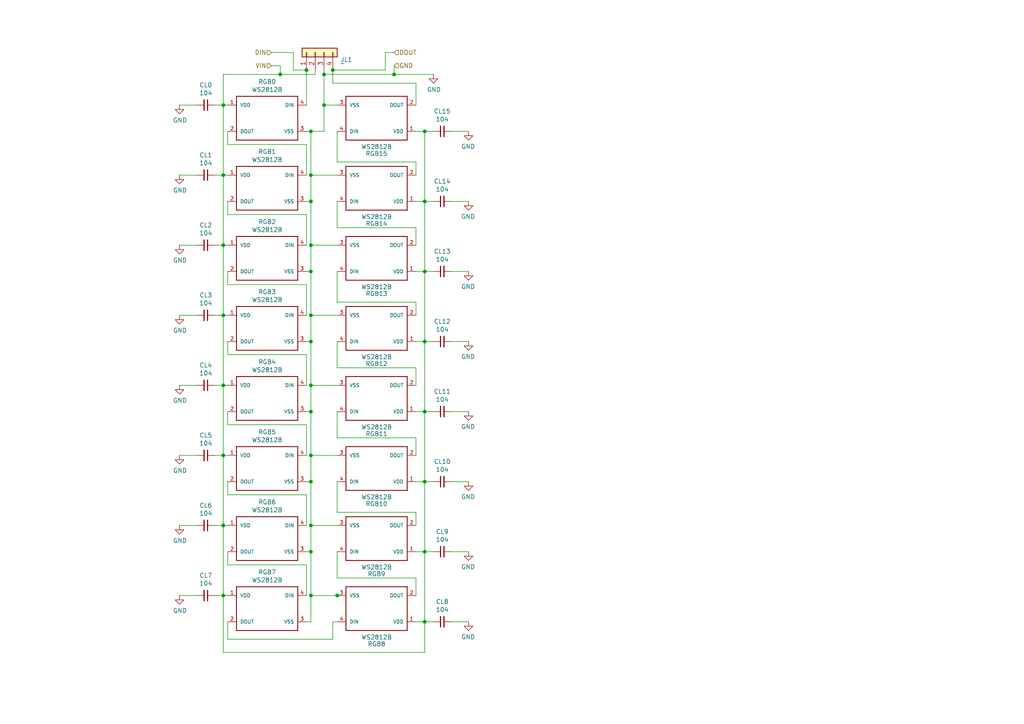
<source format=kicad_sch>
(kicad_sch (version 20211123) (generator eeschema)
  (paper "A4")
  (title_block (title "\"Stylish\" Trucker Belt Stylus Synthesizer") (date "2019-05-07") (rev "0.3") (company "SoftEgg") (comment 1 "V0.1 T.B. Trzepacz 2018/2/19") (comment 2 "V0.2 T.B. Trzepacz 2018/10/14") (comment 3 "V0.3 T.B Trzepacz 2019/5/7"))
  (lib_symbols
    (symbol "Stylish-Belt-Synth---Full-rescue:C_Small-device" (pin_numbers hide) (pin_names (offset 0.254) hide)
      (property "Reference" "C" (at 0.254 1.778 0))
      (property "Value" "C_Small-device" (at 0.254 -2.032 0))
      (symbol "C_Small-device_0_1"
        (polyline (pts (xy -1.524 -0.508) (xy 1.524 -0.508)) (stroke (width 0.3302)))
        (polyline (pts (xy -1.524 0.508) (xy 1.524 0.508)) (stroke (width 0.3048)))
      )
      (symbol "C_Small-device_1_1"
        (pin passive line (at 0 2.54 270) (length 2.032) (name "~") (number "1"))
        (pin passive line (at 0 -2.54 90) (length 2.032) (name "~") (number "2"))
      )
    )
    (symbol "Stylish-Belt-Synth---Full-rescue:Conn_01x04-conn" (pin_names (offset 1.016) hide)
      (property "Reference" "J" (at 0 5.08 0))
      (property "Value" "Conn_01x04-conn" (at 0 -7.62 0))
      (symbol "Conn_01x04-conn_1_1"
        (rectangle (start -1.27 -4.953) (end 0 -5.207) (stroke (width 0.1524)))
        (rectangle (start -1.27 -2.413) (end 0 -2.667) (stroke (width 0.1524)))
        (rectangle (start -1.27 0.127) (end 0 -0.127) (stroke (width 0.1524)))
        (rectangle (start -1.27 2.667) (end 0 2.413) (stroke (width 0.1524)))
        (rectangle (start -1.27 3.81) (end 1.27 -6.35) (stroke (width 0.254)) (fill (type background)))
        (pin passive line (at -5.08 2.54 0) (length 3.81) (name "Pin_1") (number "1"))
        (pin passive line (at -5.08 0 0) (length 3.81) (name "Pin_2") (number "2"))
        (pin passive line (at -5.08 -2.54 0) (length 3.81) (name "Pin_3") (number "3"))
        (pin passive line (at -5.08 -5.08 0) (length 3.81) (name "Pin_4") (number "4"))
      )
    )
    (symbol "Stylish-Belt-Synth---Full-rescue:WS2812B-WS2812B" (pin_names (offset 1.016))
      (property "Reference" "D" (at -2.286 8.4074 0))
      (property "Value" "WS2812B-WS2812B" (at -2.54 -7.6454 0))
      (symbol "WS2812B-WS2812B_0_0"
        (polyline (pts (xy -2.54 -5.08) (xy 15.24 -5.08)) (stroke (width 0.254)))
        (polyline (pts (xy -2.54 7.62) (xy -2.54 -5.08)) (stroke (width 0.254)))
        (polyline (pts (xy 15.24 -5.08) (xy 15.24 7.62)) (stroke (width 0.254)))
        (polyline (pts (xy 15.24 7.62) (xy -2.54 7.62)) (stroke (width 0.254)))
        (pin power_in line (at -5.08 5.08 0) (length 2.54) (name "VDD") (number "1"))
        (pin output line (at -5.08 -2.54 0) (length 2.54) (name "DOUT") (number "2"))
        (pin power_in line (at 17.78 -2.54 180) (length 2.54) (name "VSS") (number "3"))
        (pin input line (at 17.78 5.08 180) (length 2.54) (name "DIN") (number "4"))
      )
    )
    (symbol "power:GND" (power) (pin_names (offset 0))
      (property "Value" "GND" (at 0 -3.81 0))
      (symbol "GND_0_1"
        (polyline (pts (xy 0 0) (xy 0 -1.27) (xy 1.27 -1.27) (xy 0 -2.54) (xy -1.27 -1.27) (xy 0 -1.27)))
      )
      (symbol "GND_1_1"
        (pin power_in line (at 0 0 270) (length 0) hide (name "GND") (number "1"))
      )
    )
  )
  (junction (at 90.17 119.38))
  (junction (at 90.17 50.8))
  (junction (at 96.52 20.32))
  (junction (at 93.98 21.59))
  (junction (at 123.19 180.34))
  (junction (at 90.17 132.08))
  (junction (at 64.77 111.76))
  (junction (at 123.19 139.7))
  (junction (at 123.19 119.38))
  (junction (at 90.17 91.44))
  (junction (at 90.17 160.02))
  (junction (at 90.17 99.06))
  (junction (at 64.77 50.8))
  (junction (at 64.77 91.44))
  (junction (at 90.17 78.74))
  (junction (at 123.19 38.1))
  (junction (at 97.79 172.72))
  (junction (at 64.77 152.4))
  (junction (at 123.19 78.74))
  (junction (at 90.17 139.7))
  (junction (at 114.3 21.59))
  (junction (at 90.17 152.4))
  (junction (at 123.19 160.02))
  (junction (at 64.77 30.48))
  (junction (at 93.98 30.48))
  (junction (at 90.17 111.76))
  (junction (at 64.77 71.12))
  (junction (at 81.28 21.59))
  (junction (at 64.77 172.72))
  (junction (at 123.19 58.42))
  (junction (at 90.17 172.72))
  (junction (at 88.9 20.32))
  (junction (at 123.19 99.06))
  (junction (at 90.17 71.12))
  (junction (at 64.77 132.08))
  (junction (at 90.17 58.42))
  (junction (at 90.17 38.1))
  (wire (pts (xy 93.98 21.59) (xy 114.3 21.59)))
  (wire (pts (xy 57.15 111.76) (xy 52.07 111.76)))
  (wire (pts (xy 120.65 119.38) (xy 123.19 119.38)))
  (wire (pts (xy 97.79 152.4) (xy 90.17 152.4)))
  (wire (pts (xy 64.77 71.12) (xy 66.04 71.12)))
  (wire (pts (xy 90.17 180.34) (xy 90.17 172.72)))
  (wire (pts (xy 66.04 78.74) (xy 66.04 82.55)))
  (wire (pts (xy 97.79 172.72) (xy 90.17 172.72)))
  (wire (pts (xy 88.9 82.55) (xy 88.9 91.44)))
  (wire (pts (xy 120.65 180.34) (xy 123.19 180.34)))
  (wire (pts (xy 64.77 111.76) (xy 64.77 91.44)))
  (wire (pts (xy 85.09 15.24) (xy 78.74 15.24)))
  (wire (pts (xy 96.52 185.42) (xy 96.52 180.34)))
  (wire (pts (xy 64.77 132.08) (xy 66.04 132.08)))
  (wire (pts (xy 64.77 30.48) (xy 66.04 30.48)))
  (wire (pts (xy 88.9 62.23) (xy 88.9 71.12)))
  (wire (pts (xy 88.9 180.34) (xy 90.17 180.34)))
  (wire (pts (xy 120.65 167.64) (xy 120.65 172.72)))
  (wire (pts (xy 81.28 21.59) (xy 64.77 21.59)))
  (wire (pts (xy 123.19 180.34) (xy 125.73 180.34)))
  (wire (pts (xy 57.15 91.44) (xy 52.07 91.44)))
  (wire (pts (xy 120.65 78.74) (xy 123.19 78.74)))
  (wire (pts (xy 64.77 111.76) (xy 62.23 111.76)))
  (wire (pts (xy 96.52 180.34) (xy 97.79 180.34)))
  (wire (pts (xy 93.98 20.32) (xy 93.98 21.59)))
  (wire (pts (xy 90.17 91.44) (xy 90.17 78.74)))
  (wire (pts (xy 57.15 50.8) (xy 52.07 50.8)))
  (wire (pts (xy 97.79 127) (xy 120.65 127)))
  (wire (pts (xy 88.9 41.91) (xy 88.9 50.8)))
  (wire (pts (xy 66.04 185.42) (xy 96.52 185.42)))
  (wire (pts (xy 97.79 167.64) (xy 120.65 167.64)))
  (wire (pts (xy 88.9 102.87) (xy 88.9 111.76)))
  (wire (pts (xy 120.65 139.7) (xy 123.19 139.7)))
  (wire (pts (xy 66.04 123.19) (xy 88.9 123.19)))
  (wire (pts (xy 97.79 160.02) (xy 97.79 167.64)))
  (wire (pts (xy 57.15 71.12) (xy 52.07 71.12)))
  (wire (pts (xy 57.15 30.48) (xy 52.07 30.48)))
  (wire (pts (xy 91.44 20.32) (xy 91.44 21.59)))
  (wire (pts (xy 97.79 106.68) (xy 97.79 99.06)))
  (wire (pts (xy 66.04 143.51) (xy 88.9 143.51)))
  (wire (pts (xy 120.65 24.13) (xy 120.65 30.48)))
  (wire (pts (xy 66.04 82.55) (xy 88.9 82.55)))
  (wire (pts (xy 64.77 111.76) (xy 66.04 111.76)))
  (wire (pts (xy 66.04 180.34) (xy 66.04 185.42)))
  (wire (pts (xy 123.19 119.38) (xy 123.19 99.06)))
  (wire (pts (xy 123.19 38.1) (xy 125.73 38.1)))
  (wire (pts (xy 88.9 163.83) (xy 88.9 172.72)))
  (wire (pts (xy 123.19 119.38) (xy 125.73 119.38)))
  (wire (pts (xy 123.19 99.06) (xy 120.65 99.06)))
  (wire (pts (xy 64.77 152.4) (xy 62.23 152.4)))
  (wire (pts (xy 88.9 123.19) (xy 88.9 132.08)))
  (wire (pts (xy 123.19 58.42) (xy 120.65 58.42)))
  (wire (pts (xy 64.77 172.72) (xy 62.23 172.72)))
  (wire (pts (xy 90.17 139.7) (xy 90.17 132.08)))
  (wire (pts (xy 97.79 38.1) (xy 97.79 46.99)))
  (wire (pts (xy 97.79 87.63) (xy 120.65 87.63)))
  (wire (pts (xy 130.81 160.02) (xy 135.89 160.02)))
  (wire (pts (xy 66.04 172.72) (xy 64.77 172.72)))
  (wire (pts (xy 130.81 139.7) (xy 135.89 139.7)))
  (wire (pts (xy 111.76 15.24) (xy 114.3 15.24)))
  (wire (pts (xy 90.17 58.42) (xy 88.9 58.42)))
  (wire (pts (xy 123.19 38.1) (xy 120.65 38.1)))
  (wire (pts (xy 66.04 62.23) (xy 88.9 62.23)))
  (wire (pts (xy 123.19 58.42) (xy 123.19 38.1)))
  (wire (pts (xy 90.17 78.74) (xy 88.9 78.74)))
  (wire (pts (xy 123.19 189.23) (xy 123.19 180.34)))
  (wire (pts (xy 120.65 87.63) (xy 120.65 91.44)))
  (wire (pts (xy 111.76 20.32) (xy 111.76 15.24)))
  (wire (pts (xy 90.17 160.02) (xy 88.9 160.02)))
  (wire (pts (xy 96.52 20.32) (xy 96.52 24.13)))
  (wire (pts (xy 64.77 152.4) (xy 66.04 152.4)))
  (wire (pts (xy 97.79 71.12) (xy 90.17 71.12)))
  (wire (pts (xy 91.44 21.59) (xy 81.28 21.59)))
  (wire (pts (xy 123.19 78.74) (xy 123.19 99.06)))
  (wire (pts (xy 64.77 152.4) (xy 64.77 132.08)))
  (wire (pts (xy 57.15 132.08) (xy 52.07 132.08)))
  (wire (pts (xy 97.79 46.99) (xy 120.65 46.99)))
  (wire (pts (xy 90.17 99.06) (xy 90.17 91.44)))
  (wire (pts (xy 130.81 78.74) (xy 135.89 78.74)))
  (wire (pts (xy 64.77 50.8) (xy 66.04 50.8)))
  (wire (pts (xy 81.28 19.05) (xy 81.28 21.59)))
  (wire (pts (xy 97.79 30.48) (xy 93.98 30.48)))
  (wire (pts (xy 123.19 180.34) (xy 123.19 160.02)))
  (wire (pts (xy 123.19 99.06) (xy 125.73 99.06)))
  (wire (pts (xy 64.77 189.23) (xy 123.19 189.23)))
  (wire (pts (xy 64.77 91.44) (xy 64.77 71.12)))
  (wire (pts (xy 64.77 50.8) (xy 62.23 50.8)))
  (wire (pts (xy 66.04 163.83) (xy 88.9 163.83)))
  (wire (pts (xy 64.77 91.44) (xy 66.04 91.44)))
  (wire (pts (xy 97.79 91.44) (xy 90.17 91.44)))
  (wire (pts (xy 123.19 139.7) (xy 125.73 139.7)))
  (wire (pts (xy 97.79 148.59) (xy 120.65 148.59)))
  (wire (pts (xy 97.79 132.08) (xy 90.17 132.08)))
  (wire (pts (xy 97.79 66.04) (xy 97.79 58.42)))
  (wire (pts (xy 120.65 46.99) (xy 120.65 50.8)))
  (wire (pts (xy 123.19 58.42) (xy 125.73 58.42)))
  (wire (pts (xy 78.74 19.05) (xy 81.28 19.05)))
  (wire (pts (xy 57.15 152.4) (xy 52.07 152.4)))
  (wire (pts (xy 64.77 91.44) (xy 62.23 91.44)))
  (wire (pts (xy 90.17 139.7) (xy 90.17 152.4)))
  (wire (pts (xy 120.65 127) (xy 120.65 132.08)))
  (wire (pts (xy 99.06 172.72) (xy 97.79 172.72)))
  (wire (pts (xy 66.04 102.87) (xy 88.9 102.87)))
  (wire (pts (xy 120.65 106.68) (xy 97.79 106.68)))
  (wire (pts (xy 93.98 21.59) (xy 93.98 30.48)))
  (wire (pts (xy 88.9 143.51) (xy 88.9 152.4)))
  (wire (pts (xy 66.04 58.42) (xy 66.04 62.23)))
  (wire (pts (xy 90.17 111.76) (xy 90.17 99.06)))
  (wire (pts (xy 90.17 152.4) (xy 90.17 160.02)))
  (wire (pts (xy 90.17 132.08) (xy 90.17 119.38)))
  (wire (pts (xy 85.09 20.32) (xy 85.09 15.24)))
  (wire (pts (xy 120.65 66.04) (xy 97.79 66.04)))
  (wire (pts (xy 123.19 160.02) (xy 120.65 160.02)))
  (wire (pts (xy 64.77 172.72) (xy 64.77 152.4)))
  (wire (pts (xy 130.81 180.34) (xy 135.89 180.34)))
  (wire (pts (xy 123.19 139.7) (xy 123.19 160.02)))
  (wire (pts (xy 90.17 78.74) (xy 90.17 71.12)))
  (wire (pts (xy 97.79 119.38) (xy 97.79 127)))
  (wire (pts (xy 64.77 132.08) (xy 64.77 111.76)))
  (wire (pts (xy 64.77 30.48) (xy 62.23 30.48)))
  (wire (pts (xy 114.3 21.59) (xy 125.73 21.59)))
  (wire (pts (xy 90.17 99.06) (xy 88.9 99.06)))
  (wire (pts (xy 66.04 139.7) (xy 66.04 143.51)))
  (wire (pts (xy 93.98 30.48) (xy 93.98 38.1)))
  (wire (pts (xy 123.19 78.74) (xy 125.73 78.74)))
  (wire (pts (xy 88.9 20.32) (xy 88.9 30.48)))
  (wire (pts (xy 64.77 71.12) (xy 64.77 50.8)))
  (wire (pts (xy 64.77 21.59) (xy 64.77 30.48)))
  (wire (pts (xy 66.04 99.06) (xy 66.04 102.87)))
  (wire (pts (xy 123.19 160.02) (xy 125.73 160.02)))
  (wire (pts (xy 90.17 71.12) (xy 90.17 58.42)))
  (wire (pts (xy 90.17 119.38) (xy 90.17 111.76)))
  (wire (pts (xy 66.04 160.02) (xy 66.04 163.83)))
  (wire (pts (xy 66.04 41.91) (xy 88.9 41.91)))
  (wire (pts (xy 66.04 119.38) (xy 66.04 123.19)))
  (wire (pts (xy 64.77 172.72) (xy 64.77 189.23)))
  (wire (pts (xy 96.52 24.13) (xy 120.65 24.13)))
  (wire (pts (xy 90.17 119.38) (xy 88.9 119.38)))
  (wire (pts (xy 120.65 71.12) (xy 120.65 66.04)))
  (wire (pts (xy 123.19 78.74) (xy 123.19 58.42)))
  (wire (pts (xy 66.04 38.1) (xy 66.04 41.91)))
  (wire (pts (xy 64.77 50.8) (xy 64.77 30.48)))
  (wire (pts (xy 97.79 50.8) (xy 90.17 50.8)))
  (wire (pts (xy 93.98 38.1) (xy 90.17 38.1)))
  (wire (pts (xy 90.17 58.42) (xy 90.17 50.8)))
  (wire (pts (xy 64.77 132.08) (xy 62.23 132.08)))
  (wire (pts (xy 123.19 119.38) (xy 123.19 139.7)))
  (wire (pts (xy 114.3 21.59) (xy 114.3 19.05)))
  (wire (pts (xy 120.65 148.59) (xy 120.65 152.4)))
  (wire (pts (xy 57.15 172.72) (xy 52.07 172.72)))
  (wire (pts (xy 88.9 139.7) (xy 90.17 139.7)))
  (wire (pts (xy 130.81 99.06) (xy 135.89 99.06)))
  (wire (pts (xy 97.79 78.74) (xy 97.79 87.63)))
  (wire (pts (xy 130.81 119.38) (xy 135.89 119.38)))
  (wire (pts (xy 130.81 38.1) (xy 135.89 38.1)))
  (wire (pts (xy 96.52 20.32) (xy 111.76 20.32)))
  (wire (pts (xy 90.17 172.72) (xy 90.17 160.02)))
  (wire (pts (xy 130.81 58.42) (xy 135.89 58.42)))
  (wire (pts (xy 90.17 50.8) (xy 90.17 38.1)))
  (wire (pts (xy 120.65 111.76) (xy 120.65 106.68)))
  (wire (pts (xy 97.79 139.7) (xy 97.79 148.59)))
  (wire (pts (xy 97.79 111.76) (xy 90.17 111.76)))
  (wire (pts (xy 88.9 20.32) (xy 85.09 20.32)))
  (wire (pts (xy 64.77 71.12) (xy 62.23 71.12)))
  (wire (pts (xy 90.17 38.1) (xy 88.9 38.1)))
  (hierarchical_label "DOUT" (shape input) (at 114.3 15.24 0))
  (hierarchical_label "GND" (shape input) (at 114.3 19.05 0))
  (hierarchical_label "DIN" (shape input) (at 78.74 15.24 180))
  (hierarchical_label "VIN" (shape input) (at 78.74 19.05 180))
  (symbol (lib_id "Stylish-Belt-Synth---Full-rescue:WS2812B-WS2812B") (at 71.12 35.56 0) (unit 1)
    (property "Reference" "RGB0" (at 77.47 23.6982 0))
    (property "Value" "WS2812B" (at 77.47 26.0096 0))
    (property "Footprint" "WS2812B:WS2812B" (effects hide))
    (property "Datasheet" "None" (effects hide))
    (property "Field4" "Intelligent Control Led Integrated Light Source Pack Of 10" (effects hide))
    (property "Field5" "Adafruit Industries" (effects hide))
    (property "Field6" "5.84 USD" (effects hide))
    (property "Field7" "WS2812B" (effects hide))
    (property "Field8" "Warning" (effects hide))
  )
  (symbol (lib_id "Stylish-Belt-Synth---Full-rescue:WS2812B-WS2812B") (at 71.12 55.88 0) (unit 1)
    (property "Reference" "RGB1" (at 77.47 44.0182 0))
    (property "Value" "WS2812B" (at 77.47 46.3296 0))
    (property "Footprint" "WS2812B:WS2812B" (effects hide))
    (property "Datasheet" "None" (effects hide))
    (property "Field4" "Intelligent Control Led Integrated Light Source Pack Of 10" (effects hide))
    (property "Field5" "Adafruit Industries" (effects hide))
    (property "Field6" "5.84 USD" (effects hide))
    (property "Field7" "WS2812B" (effects hide))
    (property "Field8" "Warning" (effects hide))
  )
  (symbol (lib_id "Stylish-Belt-Synth---Full-rescue:WS2812B-WS2812B") (at 71.12 76.2 0) (unit 1)
    (property "Reference" "RGB2" (at 77.47 64.3382 0))
    (property "Value" "WS2812B" (at 77.47 66.6496 0))
    (property "Footprint" "WS2812B:WS2812B" (effects hide))
    (property "Datasheet" "None" (effects hide))
    (property "Field4" "Intelligent Control Led Integrated Light Source Pack Of 10" (effects hide))
    (property "Field5" "Adafruit Industries" (effects hide))
    (property "Field6" "5.84 USD" (effects hide))
    (property "Field7" "WS2812B" (effects hide))
    (property "Field8" "Warning" (effects hide))
  )
  (symbol (lib_id "Stylish-Belt-Synth---Full-rescue:WS2812B-WS2812B") (at 71.12 96.52 0) (unit 1)
    (property "Reference" "RGB3" (at 77.47 84.6582 0))
    (property "Value" "WS2812B" (at 77.47 86.9696 0))
    (property "Footprint" "WS2812B:WS2812B" (effects hide))
    (property "Datasheet" "None" (effects hide))
    (property "Field4" "Intelligent Control Led Integrated Light Source Pack Of 10" (effects hide))
    (property "Field5" "Adafruit Industries" (effects hide))
    (property "Field6" "5.84 USD" (effects hide))
    (property "Field7" "WS2812B" (effects hide))
    (property "Field8" "Warning" (effects hide))
  )
  (symbol (lib_id "Stylish-Belt-Synth---Full-rescue:WS2812B-WS2812B") (at 71.12 116.84 0) (unit 1)
    (property "Reference" "RGB4" (at 77.47 104.9782 0))
    (property "Value" "WS2812B" (at 77.47 107.2896 0))
    (property "Footprint" "WS2812B:WS2812B" (effects hide))
    (property "Datasheet" "None" (effects hide))
    (property "Field4" "Intelligent Control Led Integrated Light Source Pack Of 10" (effects hide))
    (property "Field5" "Adafruit Industries" (effects hide))
    (property "Field6" "5.84 USD" (effects hide))
    (property "Field7" "WS2812B" (effects hide))
    (property "Field8" "Warning" (effects hide))
  )
  (symbol (lib_id "Stylish-Belt-Synth---Full-rescue:WS2812B-WS2812B") (at 71.12 137.16 0) (unit 1)
    (property "Reference" "RGB5" (at 77.47 125.2982 0))
    (property "Value" "WS2812B" (at 77.47 127.6096 0))
    (property "Footprint" "WS2812B:WS2812B" (effects hide))
    (property "Datasheet" "None" (effects hide))
    (property "Field4" "Intelligent Control Led Integrated Light Source Pack Of 10" (effects hide))
    (property "Field5" "Adafruit Industries" (effects hide))
    (property "Field6" "5.84 USD" (effects hide))
    (property "Field7" "WS2812B" (effects hide))
    (property "Field8" "Warning" (effects hide))
  )
  (symbol (lib_id "Stylish-Belt-Synth---Full-rescue:WS2812B-WS2812B") (at 71.12 157.48 0) (unit 1)
    (property "Reference" "RGB6" (at 77.47 145.6182 0))
    (property "Value" "WS2812B" (at 77.47 147.9296 0))
    (property "Footprint" "WS2812B:WS2812B" (effects hide))
    (property "Datasheet" "None" (effects hide))
    (property "Field4" "Intelligent Control Led Integrated Light Source Pack Of 10" (effects hide))
    (property "Field5" "Adafruit Industries" (effects hide))
    (property "Field6" "5.84 USD" (effects hide))
    (property "Field7" "WS2812B" (effects hide))
    (property "Field8" "Warning" (effects hide))
  )
  (symbol (lib_id "Stylish-Belt-Synth---Full-rescue:WS2812B-WS2812B") (at 71.12 177.8 0) (unit 1)
    (property "Reference" "RGB7" (at 77.47 165.9382 0))
    (property "Value" "WS2812B" (at 77.47 168.2496 0))
    (property "Footprint" "WS2812B:WS2812B" (effects hide))
    (property "Datasheet" "None" (effects hide))
    (property "Field4" "Intelligent Control Led Integrated Light Source Pack Of 10" (effects hide))
    (property "Field5" "Adafruit Industries" (effects hide))
    (property "Field6" "5.84 USD" (effects hide))
    (property "Field7" "WS2812B" (effects hide))
    (property "Field8" "Warning" (effects hide))
  )
  (symbol (lib_id "Stylish-Belt-Synth---Full-rescue:WS2812B-WS2812B") (at 115.57 175.26 180) (unit 1)
    (property "Reference" "RGB8" (at 109.22 186.055 0) (effects (justify bottom)))
    (property "Value" "WS2812B" (at 109.22 184.8104 0))
    (property "Footprint" "WS2812B:WS2812B" (effects hide))
    (property "Datasheet" "None" (effects hide))
    (property "Field4" "Intelligent Control Led Integrated Light Source Pack Of 10" (effects hide))
    (property "Field5" "Adafruit Industries" (effects hide))
    (property "Field6" "5.84 USD" (effects hide))
    (property "Field7" "WS2812B" (effects hide))
    (property "Field8" "Warning" (effects hide))
  )
  (symbol (lib_id "Stylish-Belt-Synth---Full-rescue:WS2812B-WS2812B") (at 115.57 154.94 180) (unit 1)
    (property "Reference" "RGB9" (at 109.22 165.735 0) (effects (justify bottom)))
    (property "Value" "WS2812B" (at 109.22 164.4904 0))
    (property "Footprint" "WS2812B:WS2812B" (effects hide))
    (property "Datasheet" "None" (effects hide))
    (property "Field4" "Intelligent Control Led Integrated Light Source Pack Of 10" (effects hide))
    (property "Field5" "Adafruit Industries" (effects hide))
    (property "Field6" "5.84 USD" (effects hide))
    (property "Field7" "WS2812B" (effects hide))
    (property "Field8" "Warning" (effects hide))
  )
  (symbol (lib_id "Stylish-Belt-Synth---Full-rescue:WS2812B-WS2812B") (at 115.57 134.62 180) (unit 1)
    (property "Reference" "RGB10" (at 109.22 145.415 0) (effects (justify bottom)))
    (property "Value" "WS2812B" (at 109.22 144.1704 0))
    (property "Footprint" "WS2812B:WS2812B" (effects hide))
    (property "Datasheet" "None" (effects hide))
    (property "Field4" "Intelligent Control Led Integrated Light Source Pack Of 10" (effects hide))
    (property "Field5" "Adafruit Industries" (effects hide))
    (property "Field6" "5.84 USD" (effects hide))
    (property "Field7" "WS2812B" (effects hide))
    (property "Field8" "Warning" (effects hide))
  )
  (symbol (lib_id "Stylish-Belt-Synth---Full-rescue:WS2812B-WS2812B") (at 115.57 114.3 180) (unit 1)
    (property "Reference" "RGB11" (at 109.22 125.095 0) (effects (justify bottom)))
    (property "Value" "WS2812B" (at 109.22 123.8504 0))
    (property "Footprint" "WS2812B:WS2812B" (effects hide))
    (property "Datasheet" "None" (effects hide))
    (property "Field4" "Intelligent Control Led Integrated Light Source Pack Of 10" (effects hide))
    (property "Field5" "Adafruit Industries" (effects hide))
    (property "Field6" "5.84 USD" (effects hide))
    (property "Field7" "WS2812B" (effects hide))
    (property "Field8" "Warning" (effects hide))
  )
  (symbol (lib_id "Stylish-Belt-Synth---Full-rescue:WS2812B-WS2812B") (at 115.57 93.98 180) (unit 1)
    (property "Reference" "RGB12" (at 109.22 104.775 0) (effects (justify bottom)))
    (property "Value" "WS2812B" (at 109.22 103.5304 0))
    (property "Footprint" "WS2812B:WS2812B" (effects hide))
    (property "Datasheet" "None" (effects hide))
    (property "Field4" "Intelligent Control Led Integrated Light Source Pack Of 10" (effects hide))
    (property "Field5" "Adafruit Industries" (effects hide))
    (property "Field6" "5.84 USD" (effects hide))
    (property "Field7" "WS2812B" (effects hide))
    (property "Field8" "Warning" (effects hide))
  )
  (symbol (lib_id "Stylish-Belt-Synth---Full-rescue:WS2812B-WS2812B") (at 115.57 73.66 180) (unit 1)
    (property "Reference" "RGB13" (at 109.22 84.455 0) (effects (justify bottom)))
    (property "Value" "WS2812B" (at 109.22 83.2104 0))
    (property "Footprint" "WS2812B:WS2812B" (effects hide))
    (property "Datasheet" "None" (effects hide))
    (property "Field4" "Intelligent Control Led Integrated Light Source Pack Of 10" (effects hide))
    (property "Field5" "Adafruit Industries" (effects hide))
    (property "Field6" "5.84 USD" (effects hide))
    (property "Field7" "WS2812B" (effects hide))
    (property "Field8" "Warning" (effects hide))
  )
  (symbol (lib_id "Stylish-Belt-Synth---Full-rescue:WS2812B-WS2812B") (at 115.57 53.34 180) (unit 1)
    (property "Reference" "RGB14" (at 109.22 64.135 0) (effects (justify bottom)))
    (property "Value" "WS2812B" (at 109.22 62.8904 0))
    (property "Footprint" "WS2812B:WS2812B" (effects hide))
    (property "Datasheet" "None" (effects hide))
    (property "Field4" "Intelligent Control Led Integrated Light Source Pack Of 10" (effects hide))
    (property "Field5" "Adafruit Industries" (effects hide))
    (property "Field6" "5.84 USD" (effects hide))
    (property "Field7" "WS2812B" (effects hide))
    (property "Field8" "Warning" (effects hide))
  )
  (symbol (lib_id "Stylish-Belt-Synth---Full-rescue:WS2812B-WS2812B") (at 115.57 33.02 180) (unit 1)
    (property "Reference" "RGB15" (at 109.22 43.815 0) (effects (justify bottom)))
    (property "Value" "WS2812B" (at 109.22 42.5704 0))
    (property "Footprint" "WS2812B:WS2812B" (effects hide))
    (property "Datasheet" "None" (effects hide))
    (property "Field4" "Intelligent Control Led Integrated Light Source Pack Of 10" (effects hide))
    (property "Field5" "Adafruit Industries" (effects hide))
    (property "Field6" "5.84 USD" (effects hide))
    (property "Field7" "WS2812B" (effects hide))
    (property "Field8" "Warning" (effects hide))
  )
  (symbol (lib_id "Stylish-Belt-Synth---Full-rescue:Conn_01x04-conn") (at 91.44 15.24 90) (unit 1)
    (property "Reference" "JL1" (at 98.7552 17.272 90) (effects (justify right)))
    (property "Value" "~" (at 98.7552 18.415 90) (effects (justify right)))
    (property "Footprint" "Pin_Headers:Pin_Header_Straight_1x04_Pitch2.54mm" (effects hide))
  )
  (symbol (lib_id "power:GND") (at 125.73 21.59 0) (unit 1)
    (property "Reference" "#PWR0108" (effects hide))
    (property "Value" "GND" (at 125.857 25.9842 0))
  )
  (symbol (lib_id "Stylish-Belt-Synth---Full-rescue:C_Small-device") (at 59.69 30.48 270) (unit 1)
    (property "Reference" "CL0" (at 59.69 24.6634 90))
    (property "Value" "104" (at 59.69 26.9748 90))
    (property "Footprint" "Capacitors_SMD:C_0805_HandSoldering" (effects hide))
  )
  (symbol (lib_id "power:GND") (at 52.07 30.48 0) (unit 1)
    (property "Reference" "#PWR0109" (effects hide))
    (property "Value" "GND" (at 52.197 34.8742 0))
  )
  (symbol (lib_id "Stylish-Belt-Synth---Full-rescue:C_Small-device") (at 59.69 50.8 270) (unit 1)
    (property "Reference" "CL1" (at 59.69 44.9834 90))
    (property "Value" "104" (at 59.69 47.2948 90))
    (property "Footprint" "Capacitors_SMD:C_0805_HandSoldering" (effects hide))
  )
  (symbol (lib_id "power:GND") (at 52.07 50.8 0) (unit 1)
    (property "Reference" "#PWR0110" (effects hide))
    (property "Value" "GND" (at 52.197 55.1942 0))
  )
  (symbol (lib_id "Stylish-Belt-Synth---Full-rescue:C_Small-device") (at 59.69 71.12 270) (unit 1)
    (property "Reference" "CL2" (at 59.69 65.3034 90))
    (property "Value" "104" (at 59.69 67.6148 90))
    (property "Footprint" "Capacitors_SMD:C_0805_HandSoldering" (effects hide))
  )
  (symbol (lib_id "power:GND") (at 52.07 71.12 0) (unit 1)
    (property "Reference" "#PWR0111" (effects hide))
    (property "Value" "GND" (at 52.197 75.5142 0))
  )
  (symbol (lib_id "Stylish-Belt-Synth---Full-rescue:C_Small-device") (at 59.69 91.44 270) (unit 1)
    (property "Reference" "CL3" (at 59.69 85.6234 90))
    (property "Value" "104" (at 59.69 87.9348 90))
    (property "Footprint" "Capacitors_SMD:C_0805_HandSoldering" (effects hide))
  )
  (symbol (lib_id "power:GND") (at 52.07 91.44 0) (unit 1)
    (property "Reference" "#PWR0112" (effects hide))
    (property "Value" "GND" (at 52.197 95.8342 0))
  )
  (symbol (lib_id "Stylish-Belt-Synth---Full-rescue:C_Small-device") (at 59.69 111.76 270) (unit 1)
    (property "Reference" "CL4" (at 59.69 105.9434 90))
    (property "Value" "104" (at 59.69 108.2548 90))
    (property "Footprint" "Capacitors_SMD:C_0805_HandSoldering" (effects hide))
  )
  (symbol (lib_id "power:GND") (at 52.07 111.76 0) (unit 1)
    (property "Reference" "#PWR0113" (effects hide))
    (property "Value" "GND" (at 52.197 116.1542 0))
  )
  (symbol (lib_id "Stylish-Belt-Synth---Full-rescue:C_Small-device") (at 59.69 132.08 270) (unit 1)
    (property "Reference" "CL5" (at 59.69 126.2634 90))
    (property "Value" "104" (at 59.69 128.5748 90))
    (property "Footprint" "Capacitors_SMD:C_0805_HandSoldering" (effects hide))
  )
  (symbol (lib_id "power:GND") (at 52.07 132.08 0) (unit 1)
    (property "Reference" "#PWR0114" (effects hide))
    (property "Value" "GND" (at 52.197 136.4742 0))
  )
  (symbol (lib_id "Stylish-Belt-Synth---Full-rescue:C_Small-device") (at 59.69 152.4 270) (unit 1)
    (property "Reference" "CL6" (at 59.69 146.5834 90))
    (property "Value" "104" (at 59.69 148.8948 90))
    (property "Footprint" "Capacitors_SMD:C_0805_HandSoldering" (effects hide))
  )
  (symbol (lib_id "power:GND") (at 52.07 152.4 0) (unit 1)
    (property "Reference" "#PWR0115" (effects hide))
    (property "Value" "GND" (at 52.197 156.7942 0))
  )
  (symbol (lib_id "Stylish-Belt-Synth---Full-rescue:C_Small-device") (at 59.69 172.72 270) (unit 1)
    (property "Reference" "CL7" (at 59.69 166.9034 90))
    (property "Value" "104" (at 59.69 169.2148 90))
    (property "Footprint" "Capacitors_SMD:C_0805_HandSoldering" (effects hide))
  )
  (symbol (lib_id "power:GND") (at 52.07 172.72 0) (unit 1)
    (property "Reference" "#PWR0116" (effects hide))
    (property "Value" "GND" (at 52.197 177.1142 0))
  )
  (symbol (lib_id "Stylish-Belt-Synth---Full-rescue:C_Small-device") (at 128.27 38.1 90) (mirror x) (unit 1)
    (property "Reference" "CL15" (at 128.27 32.2834 90))
    (property "Value" "104" (at 128.27 34.5948 90))
    (property "Footprint" "Capacitors_SMD:C_0805_HandSoldering" (effects hide))
  )
  (symbol (lib_id "power:GND") (at 135.89 38.1 0) (mirror y) (unit 1)
    (property "Reference" "#PWR0117" (effects hide))
    (property "Value" "GND" (at 135.763 42.4942 0))
  )
  (symbol (lib_id "Stylish-Belt-Synth---Full-rescue:C_Small-device") (at 128.27 58.42 90) (mirror x) (unit 1)
    (property "Reference" "CL14" (at 128.27 52.6034 90))
    (property "Value" "104" (at 128.27 54.9148 90))
    (property "Footprint" "Capacitors_SMD:C_0805_HandSoldering" (effects hide))
  )
  (symbol (lib_id "power:GND") (at 135.89 58.42 0) (mirror y) (unit 1)
    (property "Reference" "#PWR0118" (effects hide))
    (property "Value" "GND" (at 135.763 62.8142 0))
  )
  (symbol (lib_id "Stylish-Belt-Synth---Full-rescue:C_Small-device") (at 128.27 78.74 90) (mirror x) (unit 1)
    (property "Reference" "CL13" (at 128.27 72.9234 90))
    (property "Value" "104" (at 128.27 75.2348 90))
    (property "Footprint" "Capacitors_SMD:C_0805_HandSoldering" (effects hide))
  )
  (symbol (lib_id "power:GND") (at 135.89 78.74 0) (mirror y) (unit 1)
    (property "Reference" "#PWR0119" (effects hide))
    (property "Value" "GND" (at 135.763 83.1342 0))
  )
  (symbol (lib_id "Stylish-Belt-Synth---Full-rescue:C_Small-device") (at 128.27 99.06 90) (mirror x) (unit 1)
    (property "Reference" "CL12" (at 128.27 93.2434 90))
    (property "Value" "104" (at 128.27 95.5548 90))
    (property "Footprint" "Capacitors_SMD:C_0805_HandSoldering" (effects hide))
  )
  (symbol (lib_id "power:GND") (at 135.89 99.06 0) (mirror y) (unit 1)
    (property "Reference" "#PWR0120" (effects hide))
    (property "Value" "GND" (at 135.763 103.4542 0))
  )
  (symbol (lib_id "Stylish-Belt-Synth---Full-rescue:C_Small-device") (at 128.27 119.38 90) (mirror x) (unit 1)
    (property "Reference" "CL11" (at 128.27 113.5634 90))
    (property "Value" "104" (at 128.27 115.8748 90))
    (property "Footprint" "Capacitors_SMD:C_0805_HandSoldering" (effects hide))
  )
  (symbol (lib_id "power:GND") (at 135.89 119.38 0) (mirror y) (unit 1)
    (property "Reference" "#PWR0121" (effects hide))
    (property "Value" "GND" (at 135.763 123.7742 0))
  )
  (symbol (lib_id "Stylish-Belt-Synth---Full-rescue:C_Small-device") (at 128.27 139.7 90) (mirror x) (unit 1)
    (property "Reference" "CL10" (at 128.27 133.8834 90))
    (property "Value" "104" (at 128.27 136.1948 90))
    (property "Footprint" "Capacitors_SMD:C_0805_HandSoldering" (effects hide))
  )
  (symbol (lib_id "power:GND") (at 135.89 139.7 0) (mirror y) (unit 1)
    (property "Reference" "#PWR0122" (effects hide))
    (property "Value" "GND" (at 135.763 144.0942 0))
  )
  (symbol (lib_id "Stylish-Belt-Synth---Full-rescue:C_Small-device") (at 128.27 160.02 90) (mirror x) (unit 1)
    (property "Reference" "CL9" (at 128.27 154.2034 90))
    (property "Value" "104" (at 128.27 156.5148 90))
    (property "Footprint" "Capacitors_SMD:C_0805_HandSoldering" (effects hide))
  )
  (symbol (lib_id "power:GND") (at 135.89 160.02 0) (mirror y) (unit 1)
    (property "Reference" "#PWR0123" (effects hide))
    (property "Value" "GND" (at 135.763 164.4142 0))
  )
  (symbol (lib_id "Stylish-Belt-Synth---Full-rescue:C_Small-device") (at 128.27 180.34 90) (mirror x) (unit 1)
    (property "Reference" "CL8" (at 128.27 174.5234 90))
    (property "Value" "104" (at 128.27 176.8348 90))
    (property "Footprint" "Capacitors_SMD:C_0805_HandSoldering" (effects hide))
  )
  (symbol (lib_id "power:GND") (at 135.89 180.34 0) (mirror y) (unit 1)
    (property "Reference" "#PWR0124" (effects hide))
    (property "Value" "GND" (at 135.763 184.7342 0))
  )
)
</source>
